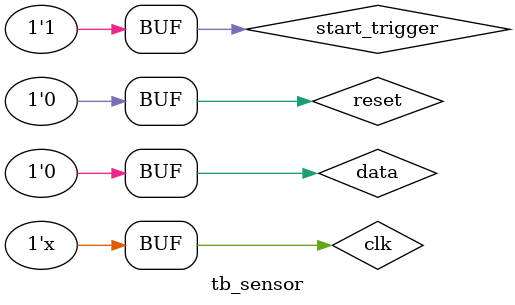
<source format=v>
`timescale 1ns / 1ps


module tb_sensor ();



    reg clk, reset, start_trigger, data;
    wire [7:0] seg_out;
    wire [3:0] seg_comm;
    wire start_tick;


    top_sensor utop (
        .clk(clk),
        .reset(reset),
        .start_trigger(start_trigger),
        .data(data),
        .seg_out(seg_out),
        .seg_comm(seg_comm),
        .start_tick(start_tick)
    );


    always #5 clk = ~clk;

    initial begin
        clk = 0;
        reset = 1;
        start_trigger = 0 ;
        data = 0;
        #50;
        reset =0;
        #100;
        start_trigger = 1;


    end
endmodule

</source>
